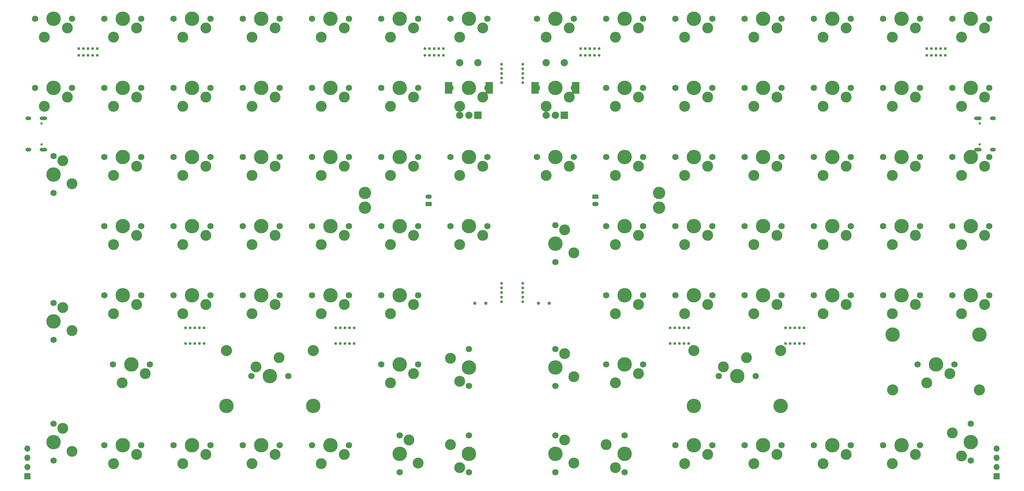
<source format=gbr>
G04 #@! TF.GenerationSoftware,KiCad,Pcbnew,(6.0.1-0)*
G04 #@! TF.CreationDate,2022-04-23T14:38:48+10:00*
G04 #@! TF.ProjectId,pcb,7063622e-6b69-4636-9164-5f7063625858,rev?*
G04 #@! TF.SameCoordinates,Original*
G04 #@! TF.FileFunction,Soldermask,Top*
G04 #@! TF.FilePolarity,Negative*
%FSLAX46Y46*%
G04 Gerber Fmt 4.6, Leading zero omitted, Abs format (unit mm)*
G04 Created by KiCad (PCBNEW (6.0.1-0)) date 2022-04-23 14:38:48*
%MOMM*%
%LPD*%
G01*
G04 APERTURE LIST*
G04 Aperture macros list*
%AMRoundRect*
0 Rectangle with rounded corners*
0 $1 Rounding radius*
0 $2 $3 $4 $5 $6 $7 $8 $9 X,Y pos of 4 corners*
0 Add a 4 corners polygon primitive as box body*
4,1,4,$2,$3,$4,$5,$6,$7,$8,$9,$2,$3,0*
0 Add four circle primitives for the rounded corners*
1,1,$1+$1,$2,$3*
1,1,$1+$1,$4,$5*
1,1,$1+$1,$6,$7*
1,1,$1+$1,$8,$9*
0 Add four rect primitives between the rounded corners*
20,1,$1+$1,$2,$3,$4,$5,0*
20,1,$1+$1,$4,$5,$6,$7,0*
20,1,$1+$1,$6,$7,$8,$9,0*
20,1,$1+$1,$8,$9,$2,$3,0*%
G04 Aperture macros list end*
%ADD10C,3.048000*%
%ADD11C,3.000000*%
%ADD12C,3.987800*%
%ADD13C,1.750000*%
%ADD14C,0.787400*%
%ADD15O,3.400000X3.400000*%
%ADD16R,1.700000X1.700000*%
%ADD17O,1.700000X1.700000*%
%ADD18C,0.900000*%
%ADD19C,0.650000*%
%ADD20O,1.600000X1.000000*%
%ADD21O,2.100000X1.000000*%
%ADD22RoundRect,0.249999X-0.625001X0.350001X-0.625001X-0.350001X0.625001X-0.350001X0.625001X0.350001X0*%
%ADD23O,1.750000X1.200000*%
%ADD24RoundRect,0.249999X0.625001X-0.350001X0.625001X0.350001X-0.625001X0.350001X-0.625001X-0.350001X0*%
%ADD25R,2.000000X2.000000*%
%ADD26C,2.000000*%
%ADD27R,2.000000X3.200000*%
G04 APERTURE END LIST*
D10*
X254825500Y-102235000D03*
D11*
X246697500Y-97790000D03*
D12*
X254825500Y-86995000D03*
D13*
X247967500Y-95250000D03*
X237807500Y-95250000D03*
D10*
X230949500Y-102235000D03*
D12*
X242887500Y-95250000D03*
D11*
X240347500Y-100330000D03*
D12*
X230949500Y-86995000D03*
D14*
X129127250Y-15081250D03*
X129127250Y-17621250D03*
X129127250Y-12541250D03*
X129127250Y-13811250D03*
X129127250Y-16351250D03*
D15*
X85725000Y-52006250D03*
X85725000Y-48006250D03*
X166687500Y-48006250D03*
X166687500Y-52006250D03*
D12*
X76200000Y-38100000D03*
D13*
X71120000Y-38100000D03*
D11*
X80010000Y-40640000D03*
X73660000Y-43180000D03*
D13*
X81280000Y-38100000D03*
D14*
X242887500Y-8191500D03*
X244157500Y-8191500D03*
X245427500Y-8191500D03*
X240347500Y-8191500D03*
X241617500Y-8191500D03*
D12*
X200056750Y-106680000D03*
D10*
X200056750Y-91440000D03*
D11*
X184308750Y-95885000D03*
X190658750Y-93345000D03*
D10*
X176180750Y-91440000D03*
D12*
X176180750Y-106680000D03*
D13*
X193198750Y-98425000D03*
X183038750Y-98425000D03*
D12*
X188118750Y-98425000D03*
D14*
X80168750Y-85185250D03*
X78898750Y-85185250D03*
X82708750Y-85185250D03*
X81438750Y-85185250D03*
X77628750Y-85185250D03*
X8255000Y-8191500D03*
X9525000Y-8191500D03*
X6985000Y-8191500D03*
X12065000Y-8191500D03*
X10795000Y-8191500D03*
D11*
X60960000Y-2540000D03*
D13*
X52070000Y0D03*
D12*
X57150000Y0D03*
D11*
X54610000Y-5080000D03*
D13*
X62230000Y0D03*
X109220000Y-57150000D03*
D12*
X114300000Y-57150000D03*
D11*
X118110000Y-59690000D03*
D13*
X119380000Y-57150000D03*
D11*
X111760000Y-62230000D03*
D12*
X233362500Y-117475000D03*
D11*
X230822500Y-122555000D03*
X237172500Y-120015000D03*
D13*
X228282500Y-117475000D03*
X238442500Y-117475000D03*
D11*
X192722500Y-5080000D03*
D13*
X190182500Y0D03*
X200342500Y0D03*
D12*
X195262500Y0D03*
D11*
X199072500Y-2540000D03*
X118110000Y-40640000D03*
D13*
X109220000Y-38100000D03*
D11*
X111760000Y-43180000D03*
D13*
X119380000Y-38100000D03*
D12*
X114300000Y-38100000D03*
X233362500Y-19050000D03*
D13*
X238442500Y-19050000D03*
X228282500Y-19050000D03*
D11*
X237172500Y-21590000D03*
X230822500Y-24130000D03*
X173672500Y-122555000D03*
D12*
X176212500Y-117475000D03*
D13*
X181292500Y-117475000D03*
X171132500Y-117475000D03*
D11*
X180022500Y-120015000D03*
X41910000Y-40640000D03*
D12*
X38100000Y-38100000D03*
D13*
X43180000Y-38100000D03*
X33020000Y-38100000D03*
D11*
X35560000Y-43180000D03*
D13*
X100330000Y0D03*
X90170000Y0D03*
D11*
X92710000Y-5080000D03*
D12*
X95250000Y0D03*
D11*
X99060000Y-2540000D03*
D14*
X82708750Y-89439750D03*
X78898750Y-89439750D03*
X77628750Y-89439750D03*
X81438750Y-89439750D03*
X80168750Y-89439750D03*
D12*
X0Y-116681250D03*
D13*
X0Y-111601250D03*
X0Y-121761250D03*
D11*
X2540000Y-112871250D03*
X5080000Y-119221250D03*
X256222500Y-2540000D03*
D12*
X252412500Y0D03*
D11*
X249872500Y-5080000D03*
D13*
X247332500Y0D03*
X257492500Y0D03*
X209232500Y0D03*
X219392500Y0D03*
D11*
X211772500Y-5080000D03*
D12*
X214312500Y0D03*
D11*
X218122500Y-2540000D03*
X160972500Y-97790000D03*
D13*
X152082500Y-95250000D03*
D12*
X157162500Y-95250000D03*
D11*
X154622500Y-100330000D03*
D13*
X162242500Y-95250000D03*
D12*
X233362500Y-57150000D03*
D13*
X238442500Y-57150000D03*
D11*
X230822500Y-62230000D03*
D13*
X228282500Y-57150000D03*
D11*
X237172500Y-59690000D03*
X60960000Y-120015000D03*
D12*
X57150000Y-117475000D03*
D13*
X52070000Y-117475000D03*
X62230000Y-117475000D03*
D11*
X54610000Y-122555000D03*
D12*
X19050000Y-19050000D03*
D13*
X24130000Y-19050000D03*
D11*
X16510000Y-24130000D03*
X22860000Y-21590000D03*
D13*
X13970000Y-19050000D03*
D14*
X103505000Y-8191500D03*
X104775000Y-8191500D03*
X106045000Y-8191500D03*
X102235000Y-8191500D03*
X107315000Y-8191500D03*
X241617500Y-10064750D03*
X240347500Y-10064750D03*
X245427500Y-10064750D03*
X242887500Y-10064750D03*
X244157500Y-10064750D03*
D11*
X192722500Y-81280000D03*
D13*
X190182500Y-76200000D03*
D11*
X199072500Y-78740000D03*
D12*
X195262500Y-76200000D03*
D13*
X200342500Y-76200000D03*
D11*
X111760000Y-99853750D03*
D13*
X114300000Y-101123750D03*
X114300000Y-90963750D03*
D11*
X109220000Y-93503750D03*
D12*
X114300000Y-96043750D03*
D13*
X138112500Y-66992500D03*
D11*
X140652500Y-58102500D03*
X143192500Y-64452500D03*
D12*
X138112500Y-61912500D03*
D13*
X138112500Y-56832500D03*
D12*
X19050000Y-117475000D03*
D13*
X13970000Y-117475000D03*
D11*
X22860000Y-120015000D03*
X16510000Y-122555000D03*
D13*
X24130000Y-117475000D03*
D11*
X160972500Y-40640000D03*
D12*
X157162500Y-38100000D03*
D11*
X154622500Y-43180000D03*
D13*
X162242500Y-38100000D03*
X152082500Y-38100000D03*
D12*
X76200000Y-117475000D03*
D13*
X71120000Y-117475000D03*
D11*
X73660000Y-122555000D03*
D13*
X81280000Y-117475000D03*
D11*
X80010000Y-120015000D03*
D13*
X90170000Y-76200000D03*
D12*
X95250000Y-76200000D03*
D13*
X100330000Y-76200000D03*
D11*
X99060000Y-78740000D03*
X92710000Y-81280000D03*
D13*
X52070000Y-19050000D03*
D11*
X60960000Y-21590000D03*
D12*
X57150000Y-19050000D03*
D11*
X54610000Y-24130000D03*
D13*
X62230000Y-19050000D03*
X0Y-78263750D03*
D11*
X5080000Y-85883750D03*
X2540000Y-79533750D03*
D13*
X0Y-88423750D03*
D12*
X0Y-83343750D03*
D11*
X211772500Y-122555000D03*
D12*
X214312500Y-117475000D03*
D11*
X218122500Y-120015000D03*
D13*
X209232500Y-117475000D03*
X219392500Y-117475000D03*
D11*
X80010000Y-59690000D03*
D12*
X76200000Y-57150000D03*
D11*
X73660000Y-62230000D03*
D13*
X81280000Y-57150000D03*
X71120000Y-57150000D03*
X257492500Y-19050000D03*
X247332500Y-19050000D03*
D11*
X256222500Y-21590000D03*
D12*
X252412500Y-19050000D03*
D11*
X249872500Y-24130000D03*
D13*
X181292500Y-57150000D03*
D11*
X180022500Y-59690000D03*
D12*
X176212500Y-57150000D03*
D11*
X173672500Y-62230000D03*
D13*
X171132500Y-57150000D03*
X16351250Y-95250000D03*
D12*
X21431250Y-95250000D03*
D11*
X25241250Y-97790000D03*
X18891250Y-100330000D03*
D13*
X26511250Y-95250000D03*
D14*
X206533750Y-85185250D03*
X201453750Y-85185250D03*
X203993750Y-85185250D03*
X205263750Y-85185250D03*
X202723750Y-85185250D03*
D11*
X230822500Y-81280000D03*
D12*
X233362500Y-76200000D03*
D11*
X237172500Y-78740000D03*
D13*
X238442500Y-76200000D03*
X228282500Y-76200000D03*
D11*
X143192500Y-98583750D03*
D12*
X138112500Y-96043750D03*
D13*
X138112500Y-90963750D03*
D11*
X140652500Y-92233750D03*
D13*
X138112500Y-101123750D03*
D14*
X206533750Y-89439750D03*
X201453750Y-89439750D03*
X203993750Y-89439750D03*
X202723750Y-89439750D03*
X205263750Y-89439750D03*
X172243750Y-85185250D03*
X169703750Y-85185250D03*
X173513750Y-85185250D03*
X174783750Y-85185250D03*
X170973750Y-85185250D03*
D11*
X218122500Y-78740000D03*
D13*
X219392500Y-76200000D03*
X209232500Y-76200000D03*
D11*
X211772500Y-81280000D03*
D12*
X214312500Y-76200000D03*
D11*
X80010000Y-2540000D03*
D12*
X76200000Y0D03*
D11*
X73660000Y-5080000D03*
D13*
X81280000Y0D03*
X71120000Y0D03*
D14*
X41433750Y-85185250D03*
X37623750Y-85185250D03*
X38893750Y-85185250D03*
X36353750Y-85185250D03*
X40163750Y-85185250D03*
D12*
X38100000Y-117475000D03*
D13*
X43180000Y-117475000D03*
D11*
X41910000Y-120015000D03*
X35560000Y-122555000D03*
D13*
X33020000Y-117475000D03*
X43180000Y-57150000D03*
X33020000Y-57150000D03*
D11*
X41910000Y-59690000D03*
D12*
X38100000Y-57150000D03*
D11*
X35560000Y-62230000D03*
D13*
X138112500Y-114776250D03*
D11*
X143192500Y-122396250D03*
D12*
X138112500Y-119856250D03*
D13*
X138112500Y-124936250D03*
D11*
X140652500Y-116046250D03*
X249872500Y-120491250D03*
D13*
X252412500Y-111601250D03*
X252412500Y-121761250D03*
D11*
X247332500Y-114141250D03*
D12*
X252412500Y-116681250D03*
X233362500Y0D03*
D13*
X228282500Y0D03*
X238442500Y0D03*
D11*
X237172500Y-2540000D03*
X230822500Y-5080000D03*
X160972500Y-59690000D03*
D13*
X152082500Y-57150000D03*
D11*
X154622500Y-62230000D03*
D12*
X157162500Y-57150000D03*
D13*
X162242500Y-57150000D03*
D11*
X60960000Y-40640000D03*
X54610000Y-43180000D03*
D12*
X57150000Y-38100000D03*
D13*
X52070000Y-38100000D03*
X62230000Y-38100000D03*
D12*
X0Y-19050000D03*
D11*
X-2540000Y-24130000D03*
D13*
X-5080000Y-19050000D03*
X5080000Y-19050000D03*
D11*
X3810000Y-21590000D03*
D14*
X6985000Y-10064750D03*
X10795000Y-10064750D03*
X8255000Y-10064750D03*
X9525000Y-10064750D03*
X12065000Y-10064750D03*
D12*
X38100000Y-19050000D03*
D11*
X35560000Y-24130000D03*
X41910000Y-21590000D03*
D13*
X33020000Y-19050000D03*
X43180000Y-19050000D03*
D11*
X3810000Y-2540000D03*
D12*
X0Y0D03*
D13*
X5080000Y0D03*
X-5080000Y0D03*
D11*
X-2540000Y-5080000D03*
D13*
X52070000Y-76200000D03*
D11*
X54610000Y-81280000D03*
X60960000Y-78740000D03*
D12*
X57150000Y-76200000D03*
D13*
X62230000Y-76200000D03*
D12*
X157162500Y-19050000D03*
D13*
X162242500Y-19050000D03*
X152082500Y-19050000D03*
D11*
X160972500Y-21590000D03*
X154622500Y-24130000D03*
D13*
X143192500Y-38100000D03*
D11*
X141922500Y-40640000D03*
D13*
X133032500Y-38100000D03*
D11*
X135572500Y-43180000D03*
D12*
X138112500Y-38100000D03*
D14*
X147637500Y-8191500D03*
X150177500Y-8191500D03*
X146367500Y-8191500D03*
X145097500Y-8191500D03*
X148907500Y-8191500D03*
D11*
X211772500Y-43180000D03*
D13*
X219392500Y-38100000D03*
D11*
X218122500Y-40640000D03*
D13*
X209232500Y-38100000D03*
D12*
X214312500Y-38100000D03*
D14*
X150177500Y-10064750D03*
X146367500Y-10064750D03*
X148907500Y-10064750D03*
X145097500Y-10064750D03*
X147637500Y-10064750D03*
D12*
X19050000Y-76200000D03*
D13*
X24130000Y-76200000D03*
D11*
X22860000Y-78740000D03*
D13*
X13970000Y-76200000D03*
D11*
X16510000Y-81280000D03*
D13*
X100330000Y-19050000D03*
D11*
X92710000Y-24130000D03*
D12*
X95250000Y-19050000D03*
D13*
X90170000Y-19050000D03*
D11*
X99060000Y-21590000D03*
D13*
X33020000Y0D03*
D12*
X38100000Y0D03*
D11*
X35560000Y-5080000D03*
D13*
X43180000Y0D03*
D11*
X41910000Y-2540000D03*
D13*
X219392500Y-19050000D03*
X209232500Y-19050000D03*
D11*
X218122500Y-21590000D03*
D12*
X214312500Y-19050000D03*
D11*
X211772500Y-24130000D03*
X73660000Y-81280000D03*
X80010000Y-78740000D03*
D13*
X71120000Y-76200000D03*
D12*
X76200000Y-76200000D03*
D13*
X81280000Y-76200000D03*
D12*
X57150000Y-57150000D03*
D13*
X52070000Y-57150000D03*
D11*
X60960000Y-59690000D03*
D13*
X62230000Y-57150000D03*
D11*
X54610000Y-62230000D03*
D13*
X54451250Y-98425000D03*
X64611250Y-98425000D03*
D11*
X55721250Y-95885000D03*
D12*
X47593250Y-106680000D03*
D11*
X62071250Y-93345000D03*
D10*
X71469250Y-91440000D03*
X47593250Y-91440000D03*
D12*
X71469250Y-106680000D03*
X59531250Y-98425000D03*
X214312500Y-57150000D03*
D13*
X209232500Y-57150000D03*
X219392500Y-57150000D03*
D11*
X218122500Y-59690000D03*
X211772500Y-62230000D03*
D14*
X174783750Y-89439750D03*
X172243750Y-89439750D03*
X170973750Y-89439750D03*
X169703750Y-89439750D03*
X173513750Y-89439750D03*
D13*
X152082500Y-76200000D03*
D12*
X157162500Y-76200000D03*
D13*
X162242500Y-76200000D03*
D11*
X160972500Y-78740000D03*
X154622500Y-81280000D03*
D12*
X95250000Y-119856250D03*
D11*
X100330000Y-122396250D03*
D13*
X95250000Y-114776250D03*
D11*
X97790000Y-116046250D03*
D13*
X95250000Y-124936250D03*
X257492500Y-76200000D03*
D12*
X252412500Y-76200000D03*
D13*
X247332500Y-76200000D03*
D11*
X256222500Y-78740000D03*
X249872500Y-81280000D03*
D13*
X190182500Y-38100000D03*
D11*
X192722500Y-43180000D03*
D12*
X195262500Y-38100000D03*
D13*
X200342500Y-38100000D03*
D11*
X199072500Y-40640000D03*
D12*
X195262500Y-19050000D03*
D11*
X199072500Y-21590000D03*
D13*
X200342500Y-19050000D03*
X190182500Y-19050000D03*
D11*
X192722500Y-24130000D03*
D14*
X123285250Y-13811250D03*
X123285250Y-12541250D03*
X123285250Y-16351250D03*
X123285250Y-17621250D03*
X123285250Y-15081250D03*
D13*
X13970000Y0D03*
X24130000Y0D03*
D11*
X16510000Y-5080000D03*
X22860000Y-2540000D03*
D12*
X19050000Y0D03*
D13*
X81280000Y-19050000D03*
D12*
X76200000Y-19050000D03*
D11*
X80010000Y-21590000D03*
X73660000Y-24130000D03*
D13*
X71120000Y-19050000D03*
D12*
X95250000Y-57150000D03*
D13*
X100330000Y-57150000D03*
X90170000Y-57150000D03*
D11*
X92710000Y-62230000D03*
X99060000Y-59690000D03*
D13*
X190182500Y-117475000D03*
X200342500Y-117475000D03*
D11*
X192722500Y-122555000D03*
D12*
X195262500Y-117475000D03*
D11*
X199072500Y-120015000D03*
D12*
X95250000Y-38100000D03*
D11*
X92710000Y-43180000D03*
D13*
X90170000Y-38100000D03*
D11*
X99060000Y-40640000D03*
D13*
X100330000Y-38100000D03*
D11*
X111760000Y-24130000D03*
D13*
X119380000Y-19050000D03*
D11*
X118110000Y-21590000D03*
D13*
X109220000Y-19050000D03*
D12*
X114300000Y-19050000D03*
D14*
X38893750Y-89439750D03*
X36353750Y-89439750D03*
X40163750Y-89439750D03*
X37623750Y-89439750D03*
X41433750Y-89439750D03*
X103505000Y-10064750D03*
X102235000Y-10064750D03*
X104775000Y-10064750D03*
X107315000Y-10064750D03*
X106045000Y-10064750D03*
D12*
X176212500Y-38100000D03*
D11*
X173672500Y-43180000D03*
D13*
X181292500Y-38100000D03*
D11*
X180022500Y-40640000D03*
D13*
X171132500Y-38100000D03*
X143192500Y0D03*
D12*
X138112500Y0D03*
D11*
X141922500Y-2540000D03*
D13*
X133032500Y0D03*
D11*
X135572500Y-5080000D03*
D12*
X233362500Y-38100000D03*
D13*
X238442500Y-38100000D03*
D11*
X230822500Y-43180000D03*
D13*
X228282500Y-38100000D03*
D11*
X237172500Y-40640000D03*
X135572500Y-24130000D03*
X141922500Y-21590000D03*
D13*
X133032500Y-19050000D03*
X143192500Y-19050000D03*
D12*
X138112500Y-19050000D03*
D14*
X123285250Y-77946250D03*
X123285250Y-75406250D03*
X123285250Y-72866250D03*
X123285250Y-76676250D03*
X123285250Y-74136250D03*
D13*
X0Y-37782500D03*
D11*
X2540000Y-39052500D03*
D12*
X0Y-42862500D03*
D13*
X0Y-47942500D03*
D11*
X5080000Y-45402500D03*
D13*
X171132500Y0D03*
D11*
X180022500Y-2540000D03*
D12*
X176212500Y0D03*
D13*
X181292500Y0D03*
D11*
X173672500Y-5080000D03*
D12*
X252412500Y-57150000D03*
D13*
X247332500Y-57150000D03*
D11*
X256222500Y-59690000D03*
X249872500Y-62230000D03*
D13*
X257492500Y-57150000D03*
D12*
X19050000Y-38100000D03*
D11*
X16510000Y-43180000D03*
X22860000Y-40640000D03*
D13*
X13970000Y-38100000D03*
X24130000Y-38100000D03*
D14*
X129127250Y-74136250D03*
X129127250Y-75406250D03*
X129127250Y-76676250D03*
X129127250Y-77946250D03*
X129127250Y-72866250D03*
D13*
X114300000Y-124936250D03*
D12*
X114300000Y-119856250D03*
D11*
X111760000Y-123666250D03*
X109220000Y-117316250D03*
D13*
X114300000Y-114776250D03*
D11*
X22860000Y-59690000D03*
D12*
X19050000Y-57150000D03*
D13*
X13970000Y-57150000D03*
X24130000Y-57150000D03*
D11*
X16510000Y-62230000D03*
D12*
X157162500Y-119856250D03*
D11*
X154622500Y-123666250D03*
X152082500Y-117316250D03*
D13*
X157162500Y-124936250D03*
X157162500Y-114776250D03*
D11*
X154622500Y-5080000D03*
X160972500Y-2540000D03*
D13*
X152082500Y0D03*
D12*
X157162500Y0D03*
D13*
X162242500Y0D03*
D12*
X176212500Y-19050000D03*
D11*
X180022500Y-21590000D03*
D13*
X171132500Y-19050000D03*
X181292500Y-19050000D03*
D11*
X173672500Y-24130000D03*
D12*
X252412500Y-38100000D03*
D13*
X257492500Y-38100000D03*
D11*
X249872500Y-43180000D03*
D13*
X247332500Y-38100000D03*
D11*
X256222500Y-40640000D03*
D13*
X119380000Y0D03*
D11*
X118110000Y-2540000D03*
D12*
X114300000Y0D03*
D11*
X111760000Y-5080000D03*
D13*
X109220000Y0D03*
D11*
X35560000Y-81280000D03*
D12*
X38100000Y-76200000D03*
D13*
X33020000Y-76200000D03*
X43180000Y-76200000D03*
D11*
X41910000Y-78740000D03*
D13*
X200342500Y-57150000D03*
X190182500Y-57150000D03*
D11*
X192722500Y-62230000D03*
D12*
X195262500Y-57150000D03*
D11*
X199072500Y-59690000D03*
D13*
X171132500Y-76200000D03*
D11*
X180022500Y-78740000D03*
D13*
X181292500Y-76200000D03*
D12*
X176212500Y-76200000D03*
D11*
X173672500Y-81280000D03*
D13*
X90170000Y-95250000D03*
X100330000Y-95250000D03*
D11*
X92710000Y-100330000D03*
X99060000Y-97790000D03*
D12*
X95250000Y-95250000D03*
D16*
X259556250Y-126037500D03*
D17*
X259556250Y-123497500D03*
X259556250Y-120957500D03*
X259556250Y-118417500D03*
D18*
X136437500Y-78398750D03*
X133437500Y-78398750D03*
D19*
X-3275000Y-28860000D03*
X-3275000Y-34640000D03*
D20*
X-6925000Y-27430000D03*
D21*
X-2745000Y-36070000D03*
X-2745000Y-27430000D03*
D20*
X-6925000Y-36070000D03*
D19*
X254893750Y-34640000D03*
X254893750Y-28860000D03*
D20*
X258543750Y-27430000D03*
X258543750Y-36070000D03*
D21*
X254363750Y-36070000D03*
X254363750Y-27430000D03*
D18*
X118975000Y-78398750D03*
X115975000Y-78398750D03*
D16*
X-7143750Y-126037500D03*
D17*
X-7143750Y-123497500D03*
X-7143750Y-120957500D03*
X-7143750Y-118417500D03*
D22*
X149156250Y-49006250D03*
D23*
X149156250Y-51006250D03*
D24*
X103256250Y-51006250D03*
D23*
X103256250Y-49006250D03*
D25*
X116800000Y-26550000D03*
D26*
X111800000Y-26550000D03*
X114300000Y-26550000D03*
D27*
X119900000Y-19050000D03*
X108700000Y-19050000D03*
D26*
X111800000Y-12050000D03*
X116800000Y-12050000D03*
D25*
X140612500Y-26550000D03*
D26*
X135612500Y-26550000D03*
X138112500Y-26550000D03*
D27*
X143712500Y-19050000D03*
X132512500Y-19050000D03*
D26*
X135612500Y-12050000D03*
X140612500Y-12050000D03*
M02*

</source>
